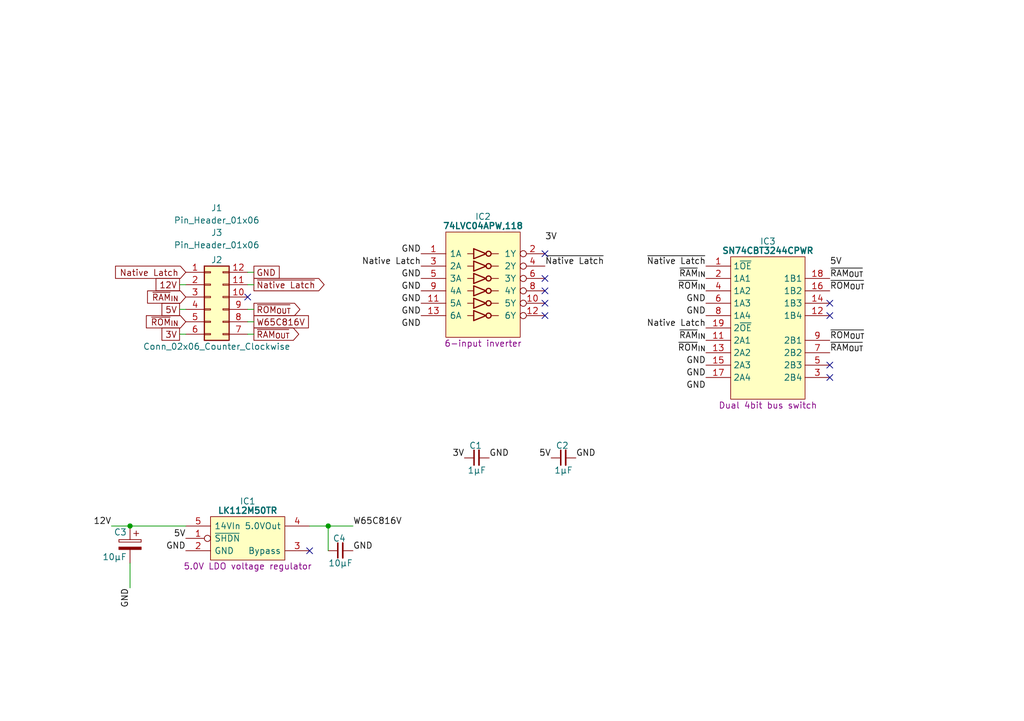
<source format=kicad_sch>
(kicad_sch (version 20231120) (generator "eeschema") (generator_version "8.0")
  (paper "A5")
  (title_block (title "Native Memory Select") (date "2025-03-12") (rev "V0"))
  (lib_symbols
    (symbol "Connector_Generic:Conn_02x06_Counter_Clockwise" (pin_names (offset 1.016) hide)
      (property "Reference" "J" (at 1.27 7.62 0))
      (property "Value" "Conn_02x06_Counter_Clockwise" (at 1.27 -10.16 0))
      (symbol "Conn_02x06_Counter_Clockwise_1_1"
        (rectangle (start -1.27 -7.493) (end 0 -7.747) (stroke (width 0.1524)))
        (rectangle (start -1.27 -4.953) (end 0 -5.207) (stroke (width 0.1524)))
        (rectangle (start -1.27 -2.413) (end 0 -2.667) (stroke (width 0.1524)))
        (rectangle (start -1.27 0.127) (end 0 -0.127) (stroke (width 0.1524)))
        (rectangle (start -1.27 2.667) (end 0 2.413) (stroke (width 0.1524)))
        (rectangle (start -1.27 5.207) (end 0 4.953) (stroke (width 0.1524)))
        (rectangle (start -1.27 6.35) (end 3.81 -8.89) (stroke (width 0.254)) (fill (type background)))
        (rectangle (start 3.81 -7.493) (end 2.54 -7.747) (stroke (width 0.1524)))
        (rectangle (start 3.81 -4.953) (end 2.54 -5.207) (stroke (width 0.1524)))
        (rectangle (start 3.81 -2.413) (end 2.54 -2.667) (stroke (width 0.1524)))
        (rectangle (start 3.81 0.127) (end 2.54 -0.127) (stroke (width 0.1524)))
        (rectangle (start 3.81 2.667) (end 2.54 2.413) (stroke (width 0.1524)))
        (rectangle (start 3.81 5.207) (end 2.54 4.953) (stroke (width 0.1524)))
        (pin passive line (at -5.08 5.08 0) (length 3.81) (name "Pin_1") (number "1"))
        (pin passive line (at 7.62 0 180) (length 3.81) (name "Pin_10") (number "10"))
        (pin passive line (at 7.62 2.54 180) (length 3.81) (name "Pin_11") (number "11"))
        (pin passive line (at 7.62 5.08 180) (length 3.81) (name "Pin_12") (number "12"))
        (pin passive line (at -5.08 2.54 0) (length 3.81) (name "Pin_2") (number "2"))
        (pin passive line (at -5.08 0 0) (length 3.81) (name "Pin_3") (number "3"))
        (pin passive line (at -5.08 -2.54 0) (length 3.81) (name "Pin_4") (number "4"))
        (pin passive line (at -5.08 -5.08 0) (length 3.81) (name "Pin_5") (number "5"))
        (pin passive line (at -5.08 -7.62 0) (length 3.81) (name "Pin_6") (number "6"))
        (pin passive line (at 7.62 -7.62 180) (length 3.81) (name "Pin_7") (number "7"))
        (pin passive line (at 7.62 -5.08 180) (length 3.81) (name "Pin_8") (number "8"))
        (pin passive line (at 7.62 -2.54 180) (length 3.81) (name "Pin_9") (number "9"))
      )
    )
    (symbol "HCP65:C_0805" (pin_numbers hide) (pin_names (offset 0.254) hide)
      (property "Reference" "C" (at 2.286 2.54 0))
      (property "Value" "?μF" (at 2.54 -2.54 0))
      (symbol "C_0805_0_1"
        (polyline (pts (xy 1.9685 -1.4605) (xy 1.9685 1.5875)) (stroke (width 0.3048)))
        (polyline (pts (xy 2.9845 -1.4605) (xy 2.9845 1.5875)) (stroke (width 0.3302)))
      )
      (symbol "C_0805_1_1"
        (pin passive line (at 0 0 0) (length 2.032) (name "~") (number "1"))
        (pin passive line (at 5.08 0 180) (length 2.032) (name "~") (number "2"))
      )
    )
    (symbol "HCP65:C_Radial_D4.0mm_P2.00mm" (pin_numbers hide) (pin_names (offset 0.254))
      (property "Reference" "C" (at 0.635 2.54 0))
      (property "Value" "?μF" (at 0.635 -2.54 0))
      (symbol "C_Radial_D4.0mm_P2.00mm_0_1"
        (rectangle (start -2.286 0.508) (end 2.286 1.016))
        (polyline (pts (xy -1.778 2.286) (xy -0.762 2.286)))
        (polyline (pts (xy -1.27 2.794) (xy -1.27 1.778)))
        (rectangle (start 2.286 -0.508) (end -2.286 -1.016) (fill (type outline)))
      )
      (symbol "C_Radial_D4.0mm_P2.00mm_1_1"
        (pin passive line (at 0 3.81 270) (length 2.794) (name "~") (number "1"))
        (pin passive line (at 0 -3.81 90) (length 2.794) (name "~") (number "2"))
      )
    )
    (symbol "HCP65:Pin_Header_01x16" (pin_names (offset 1.016) hide)
      (property "Reference" "J" (at 0 1.27 0))
      (property "Value" "Pin_Header_01x16" (at 0 -1.27 0))
    )
    (symbol "Nexperia:74LVC04APW,118" (pin_names (offset 0.762))
      (property "Reference" "IC" (at 12.7 7.62 0))
      (property "Value" "74LVC04APW,118" (at 12.7 5.715 0))
      (property "Description" "6-input inverter" (at 12.7 -18.415 0))
      (symbol "74LVC04APW,118_0_0"
        (pin input line (at 0 0 0) (length 5.08) (name "1A") (number "1"))
        (pin output inverted (at 25.4 -10.16 180) (length 5.08) (name "5Y") (number "10"))
        (pin input line (at 0 -10.16 0) (length 5.08) (name "5A") (number "11"))
        (pin output inverted (at 25.4 -12.7 180) (length 5.08) (name "6Y") (number "12"))
        (pin input line (at 0 -12.7 0) (length 5.08) (name "6A") (number "13"))
        (pin passive line (at 25.4 2.54 180) (length 5.08) hide (name "3V") (number "14"))
        (pin output inverted (at 25.4 0 180) (length 5.08) (name "1Y") (number "2"))
        (pin input line (at 0 -2.54 0) (length 5.08) (name "2A") (number "3"))
        (pin output inverted (at 25.4 -2.54 180) (length 5.08) (name "2Y") (number "4"))
        (pin input line (at 0 -5.08 0) (length 5.08) (name "3A") (number "5"))
        (pin output inverted (at 25.4 -5.08 180) (length 5.08) (name "3Y") (number "6"))
        (pin passive line (at 0 -15.24 0) (length 5.08) hide (name "GND") (number "7"))
        (pin output inverted (at 25.4 -7.62 180) (length 5.08) (name "4Y") (number "8"))
        (pin input line (at 0 -7.62 0) (length 5.08) (name "4A") (number "9"))
      )
      (symbol "74LVC04APW,118_0_1"
        (polyline (pts (xy 9.525 -12.7) (xy 10.7949 -12.7)))
        (polyline (pts (xy 9.525 -10.16) (xy 10.7949 -10.16)))
        (polyline (pts (xy 9.525 -7.62) (xy 10.7949 -7.62)))
        (polyline (pts (xy 9.525 -5.08) (xy 10.7949 -5.08)))
        (polyline (pts (xy 9.525 -2.54) (xy 10.7949 -2.54)))
        (polyline (pts (xy 9.525 0) (xy 10.7949 0)))
        (polyline (pts (xy 14.351 -12.7) (xy 15.875 -12.7)))
        (polyline (pts (xy 14.351 -10.16) (xy 15.875 -10.16)))
        (polyline (pts (xy 14.351 -7.62) (xy 15.875 -7.62)))
        (polyline (pts (xy 14.351 -5.08) (xy 15.875 -5.08)))
        (polyline (pts (xy 14.351 -2.54) (xy 15.875 -2.54)))
        (polyline (pts (xy 14.351 0) (xy 15.875 0)))
        (polyline (pts (xy 10.795 -13.716) (xy 13.335 -12.7) (xy 10.795 -11.684)) (stroke (width 0.254)))
        (polyline (pts (xy 10.795 -11.176) (xy 13.335 -10.16) (xy 10.795 -9.144)) (stroke (width 0.254)))
        (polyline (pts (xy 10.795 -8.636) (xy 13.335 -7.62) (xy 10.795 -6.604)) (stroke (width 0.254)))
        (polyline (pts (xy 10.795 -6.096) (xy 13.335 -5.08) (xy 10.795 -4.064)) (stroke (width 0.254)))
        (polyline (pts (xy 10.795 -3.556) (xy 13.335 -2.54) (xy 10.795 -1.524)) (stroke (width 0.254)))
        (polyline (pts (xy 10.795 -1.016) (xy 13.335 0) (xy 10.795 1.016)) (stroke (width 0.254)))
        (polyline (pts (xy 5.08 4.445) (xy 20.32 4.445) (xy 20.32 -17.145) (xy 5.08 -17.145) (xy 5.08 4.445)) (stroke (width 0.1524)) (fill (type background)))
        (rectangle (start 10.795 -11.684) (end 10.795 -13.716) (stroke (width 0.254)) (fill (type background)))
        (rectangle (start 10.795 -9.144) (end 10.795 -11.176) (stroke (width 0.254)) (fill (type background)))
        (rectangle (start 10.795 -6.604) (end 10.795 -8.636) (stroke (width 0.254)) (fill (type background)))
        (rectangle (start 10.795 -4.064) (end 10.795 -6.096) (stroke (width 0.254)) (fill (type background)))
        (rectangle (start 10.795 -1.524) (end 10.795 -3.556) (stroke (width 0.254)) (fill (type background)))
        (rectangle (start 10.795 1.016) (end 10.795 -1.016) (stroke (width 0.254)) (fill (type background)))
        (circle (center 13.843 -12.7) (radius 0.508) (stroke (width 0.254)))
        (circle (center 13.843 -10.16) (radius 0.508) (stroke (width 0.254)))
        (circle (center 13.843 -7.62) (radius 0.508) (stroke (width 0.254)))
        (circle (center 13.843 -5.08) (radius 0.508) (stroke (width 0.254)))
        (circle (center 13.843 -2.54) (radius 0.508) (stroke (width 0.254)))
        (circle (center 13.843 0) (radius 0.508) (stroke (width 0.254)))
      )
    )
    (symbol "ST_Microelectronics:LK112M50TR" (pin_names (offset 0.762))
      (property "Reference" "IC" (at 12.7 5.08 0))
      (property "Value" "LK112M50TR" (at 12.7 3.175 0))
      (property "Description" "5.0V LDO voltage regulator" (at 12.7 -8.255 0))
      (symbol "LK112M50TR_0_0"
        (pin passive line (at 0 -5.08 0) (length 5.08) (name "GND") (number "2"))
      )
      (symbol "LK112M50TR_0_1"
        (polyline (pts (xy 5.08 1.905) (xy 20.32 1.905) (xy 20.32 -6.985) (xy 5.08 -6.985) (xy 5.08 1.905)) (fill (type background)))
      )
      (symbol "LK112M50TR_1_0"
        (pin input inverted (at 0 -2.54 0) (length 5.08) (name "~{SHDN}") (number "1"))
        (pin passive line (at 25.4 -5.08 180) (length 5.08) (name "Bypass") (number "3"))
        (pin passive line (at 25.4 0 180) (length 5.08) (name "5.0VOut") (number "4"))
        (pin passive line (at 0 0 0) (length 5.08) (name "14VIn") (number "5"))
      )
    )
    (symbol "Texas_Instruments:SN74CBT3244CPWR"
      (property "Reference" "IC" (at 12.7 5.08 0))
      (property "Value" "SN74CBT3244CPWR" (at 12.7 3.175 0))
      (property "Description" "Dual 4bit bus switch" (at 12.7 -28.575 0))
      (symbol "SN74CBT3244CPWR_0_0"
        (pin input line (at 0 0 0) (length 5.08) (name "1~{OE}") (number "1"))
        (pin passive line (at 0 -25.4 0) (length 5.08) hide (name "GND") (number "10"))
        (pin passive line (at 0 -15.24 0) (length 5.08) (name "2A1") (number "11"))
        (pin passive line (at 25.4 -10.16 180) (length 5.08) (name "1B4") (number "12"))
        (pin passive line (at 0 -17.78 0) (length 5.08) (name "2A2") (number "13"))
        (pin passive line (at 25.4 -7.62 180) (length 5.08) (name "1B3") (number "14"))
        (pin passive line (at 0 -20.32 0) (length 5.08) (name "2A3") (number "15"))
        (pin passive line (at 25.4 -5.08 180) (length 5.08) (name "1B2") (number "16"))
        (pin passive line (at 0 -22.86 0) (length 5.08) (name "2A4") (number "17"))
        (pin passive line (at 25.4 -2.54 180) (length 5.08) (name "1B1") (number "18"))
        (pin input line (at 0 -12.7 0) (length 5.08) (name "2~{OE}") (number "19"))
        (pin passive line (at 0 -2.54 0) (length 5.08) (name "1A1") (number "2"))
        (pin passive line (at 25.4 0 180) (length 5.08) hide (name "5V") (number "20"))
        (pin passive line (at 25.4 -22.86 180) (length 5.08) (name "2B4") (number "3"))
        (pin passive line (at 0 -5.08 0) (length 5.08) (name "1A2") (number "4"))
        (pin passive line (at 25.4 -20.32 180) (length 5.08) (name "2B3") (number "5"))
        (pin passive line (at 0 -7.62 0) (length 5.08) (name "1A3") (number "6"))
        (pin passive line (at 25.4 -17.78 180) (length 5.08) (name "2B2") (number "7"))
        (pin passive line (at 0 -10.16 0) (length 5.08) (name "1A4") (number "8"))
        (pin passive line (at 25.4 -15.24 180) (length 5.08) (name "2B1") (number "9"))
      )
      (symbol "SN74CBT3244CPWR_0_1"
        (polyline (pts (xy 5.08 1.905) (xy 20.32 1.905) (xy 20.32 -27.305) (xy 5.08 -27.305) (xy 5.08 1.905)) (stroke (width 0.1524)) (fill (type background)))
      )
    )
  )
  (junction (at 67.31 107.95))
  (junction (at 26.67 107.95))
  (no_connect (at 111.76 57.15))
  (no_connect (at 63.5 113.03))
  (no_connect (at 111.76 64.77))
  (no_connect (at 170.18 64.77))
  (no_connect (at 50.8 60.96))
  (no_connect (at 170.18 74.93))
  (no_connect (at 111.76 52.07))
  (no_connect (at 111.76 59.69))
  (no_connect (at 170.18 62.23))
  (no_connect (at 111.76 62.23))
  (no_connect (at 170.18 77.47))
  (wire (pts (xy 36.83 63.5) (xy 38.1 63.5)))
  (wire (pts (xy 67.31 107.95) (xy 63.5 107.95)))
  (wire (pts (xy 52.07 58.42) (xy 50.8 58.42)))
  (wire (pts (xy 36.83 58.42) (xy 38.1 58.42)))
  (wire (pts (xy 52.07 55.88) (xy 50.8 55.88)))
  (wire (pts (xy 36.83 68.58) (xy 38.1 68.58)))
  (wire (pts (xy 52.07 68.58) (xy 50.8 68.58)))
  (wire (pts (xy 52.07 66.04) (xy 50.8 66.04)))
  (wire (pts (xy 22.86 107.95) (xy 26.67 107.95)))
  (wire (pts (xy 52.07 63.5) (xy 50.8 63.5)))
  (wire (pts (xy 26.67 107.95) (xy 38.1 107.95)))
  (wire (pts (xy 72.39 107.95) (xy 67.31 107.95)))
  (wire (pts (xy 67.31 113.03) (xy 67.31 107.95)))
  (wire (pts (xy 26.67 120.65) (xy 26.67 115.57)))
  (label "5V" (at 113.03 93.98 180))
  (label "GND" (at 86.36 59.69 180))
  (label "GND" (at 144.78 80.01 180))
  (label "~{RAM_{OUT}}" (at 170.18 72.39 0))
  (label "GND" (at 100.33 93.98 0))
  (label "Native Latch" (at 144.78 67.31 180))
  (label "GND" (at 72.39 113.03 0))
  (label "~{Native Latch}" (at 111.76 54.61 0))
  (label "GND" (at 26.67 120.65 270))
  (label "GND" (at 86.36 57.15 180))
  (label "GND" (at 86.36 67.31 180))
  (label "Native Latch" (at 86.36 54.61 180))
  (label "~{ROM_{OUT}}" (at 170.18 59.69 0))
  (label "5V" (at 170.18 54.61 0))
  (label "GND" (at 144.78 74.93 180))
  (label "5V" (at 38.1 110.49 180))
  (label "3V" (at 111.76 49.53 0))
  (label "GND" (at 86.36 52.07 180))
  (label "GND" (at 38.1 113.03 180))
  (label "~{Native Latch}" (at 144.78 54.61 180))
  (label "~{RAM}_{IN}" (at 144.78 57.15 180))
  (label "~{ROM}_{IN}" (at 144.78 59.69 180))
  (label "GND" (at 144.78 62.23 180))
  (label "~{RAM_{OUT}}" (at 170.18 57.15 0))
  (label "~{ROM_{OUT}}" (at 170.18 69.85 0))
  (label "GND" (at 86.36 64.77 180))
  (label "GND" (at 118.11 93.98 0))
  (label "GND" (at 144.78 77.47 180))
  (label "12V" (at 22.86 107.95 180))
  (label "GND" (at 86.36 62.23 180))
  (label "~{ROM}_{IN}" (at 144.78 72.39 180))
  (label "GND" (at 144.78 64.77 180))
  (label "3V" (at 95.25 93.98 180))
  (label "W65C816V" (at 72.39 107.95 0))
  (label "~{RAM}_{IN}" (at 144.78 69.85 180))
  (global_label "~{RAM_{OUT}}" (shape output) (at 52.07 68.58 0) (property "Intersheetrefs" "${INTERSHEET_REFS}" (effects (hide yes))))
  (global_label "12V" (shape passive) (at 36.83 58.42 180) (property "Intersheetrefs" "${INTERSHEET_REFS}" (effects (hide yes))))
  (global_label "~{RAM}_{IN}" (shape input) (at 38.1 60.96 180) (property "Intersheetrefs" "${INTERSHEET_REFS}" (effects (hide yes))))
  (global_label "5V" (shape passive) (at 36.83 63.5 180) (property "Intersheetrefs" "${INTERSHEET_REFS}" (effects (hide yes))))
  (global_label "~{ROM}_{IN}" (shape input) (at 38.1 66.04 180) (property "Intersheetrefs" "${INTERSHEET_REFS}" (effects (hide yes))))
  (global_label "3V" (shape passive) (at 36.83 68.58 180) (property "Intersheetrefs" "${INTERSHEET_REFS}" (effects (hide yes))))
  (global_label "W65C816V" (shape passive) (at 52.07 66.04 0) (property "Intersheetrefs" "${INTERSHEET_REFS}" (effects (hide yes))))
  (global_label "~{ROM_{OUT}}" (shape output) (at 52.07 63.5 0) (property "Intersheetrefs" "${INTERSHEET_REFS}" (effects (hide yes))))
  (global_label "~{Native Latch}" (shape output) (at 52.07 58.42 0) (property "Intersheetrefs" "${INTERSHEET_REFS}" (effects (hide yes))))
  (global_label "GND" (shape passive) (at 52.07 55.88 0) (property "Intersheetrefs" "${INTERSHEET_REFS}" (effects (hide yes))))
  (global_label "Native Latch" (shape input) (at 38.1 55.88 180) (property "Intersheetrefs" "${INTERSHEET_REFS}" (effects (hide yes))))
  (symbol (lib_id "HCP65:C_0805") (at 67.31 113.03 0) (unit 1)
    (property "Reference" "C4" (at 69.596 110.49 0))
    (property "Value" "10µF" (at 67.31 115.57 0) (effects (justify left)))
    (property "Footprint" "SamacSys_Parts:C_0805" (effects (hide yes)))
  )
  (symbol (lib_id "ST_Microelectronics:LK112M50TR") (at 38.1 107.95 0) (unit 1)
    (property "Reference" "IC1" (at 50.8 102.87 0))
    (property "Value" "LK112M50TR" (at 50.8 104.775 0) (effects (font (bold yes))))
    (property "Footprint" "SamacSys_Parts:SOT95P285X130-5N" (effects (hide yes)))
    (property "Datasheet" "https://www.mouser.co.za/datasheet/2/389/lk112-1849761.pdf" (effects (hide yes)))
    (property "Description" "5.0V LDO voltage regulator" (at 50.8 116.205 0))
    (property "Height" "1.0" (effects (hide yes)))
    (property "Manufacturer_Name" "ST Microelectronics" (effects (hide yes)))
    (property "Manufacturer_Part_Number" "LK112M50TR" (effects (hide yes)))
    (property "Silkscreen" "LK112M50" (effects (hide yes)))
  )
  (symbol (lib_id "HCP65:Pin_Header_01x16") (at 44.45 49.022 0) (unit 1)
    (property "Reference" "J3" (at 44.45 47.752 0))
    (property "Value" "Pin_Header_01x06" (at 44.45 50.292 0))
    (property "Footprint" "SamacSys_Parts:PinHeader_1x06_P2.54mm_Vertical" (effects (hide yes)))
  )
  (symbol (lib_id "Nexperia:74LVC04APW,118") (at 86.36 52.07 0) (unit 1)
    (property "Reference" "IC2" (at 99.06 44.45 0))
    (property "Value" "74LVC04APW,118" (at 99.06 46.355 0) (effects (font (bold yes))))
    (property "Footprint" "SamacSys_Parts:SOP65P640X110-14N" (effects (hide yes)))
    (property "Datasheet" "https://assets.nexperia.com/documents/data-sheet/74LVC04A.pdf" (effects (hide yes)))
    (property "Description" "6-input inverter" (at 99.06 70.485 0))
    (property "Height" "1.1" (effects (hide yes)))
    (property "Mouser Part Number" "771-74LVC04APW-T" (effects (hide yes)))
    (property "Mouser Price/Stock" "https://www.mouser.co.uk/ProductDetail/Nexperia/74LVC04APW118?qs=me8TqzrmIYUA5zXidd9%2F4g%3D%3D" (effects (hide yes)))
    (property "Manufacturer_Name" "Nexperia" (effects (hide yes)))
    (property "Manufacturer_Part_Number" "74LVC04APW,118" (effects (hide yes)))
    (property "Silkscreen" "74LVC04" (effects (hide yes)))
  )
  (symbol (lib_id "HCP65:C_0805") (at 113.03 93.98 0) (unit 1)
    (property "Reference" "C2" (at 115.316 91.44 0))
    (property "Value" "1μF" (at 115.57 96.52 0))
    (property "Footprint" "SamacSys_Parts:C_0805" (effects (hide yes)))
  )
  (symbol (lib_id "HCP65:Pin_Header_01x16") (at 44.45 43.942 0) (unit 1)
    (property "Reference" "J1" (at 44.45 42.672 0))
    (property "Value" "Pin_Header_01x06" (at 44.45 45.212 0))
    (property "Footprint" "SamacSys_Parts:PinHeader_1x06_P2.54mm_Vertical" (effects (hide yes)))
  )
  (symbol (lib_id "HCP65:C_Radial_D4.0mm_P2.00mm") (at 26.67 111.76 0) (mirror y) (unit 1)
    (property "Reference" "C3" (at 26.035 109.22 0) (effects (justify left)))
    (property "Value" "10μF" (at 26.035 114.3 0) (effects (justify left)))
    (property "Footprint" "SamacSys_Parts:CP_Radial_D4.0mm_P2.00mm" (effects (hide yes)))
  )
  (symbol (lib_id "Texas_Instruments:SN74CBT3244CPWR") (at 144.78 54.61 0) (unit 1)
    (property "Reference" "IC3" (at 157.48 49.53 0))
    (property "Value" "SN74CBT3244CPWR" (at 157.48 51.435 0) (effects (font (bold yes))))
    (property "Footprint" "SamacSys_Parts:SOP65P640X120-20N" (effects (hide yes)))
    (property "Datasheet" "http://www.ti.com/lit/gpn/sn74cbt3244c" (effects (hide yes)))
    (property "Description" "Dual 4bit bus switch" (at 157.48 83.185 0))
    (property "Height" "1.2" (effects (hide yes)))
    (property "Manufacturer_Name" "Texas Instruments" (effects (hide yes)))
    (property "Manufacturer_Part_Number" "SN74CBT3244CPWR" (effects (hide yes)))
    (property "Mouser Part Number" "595-SN74CBT3244CPWR" (effects (hide yes)))
    (property "Mouser Price/Stock" "https://www.mouser.co.uk/ProductDetail/Texas-Instruments/SN74CBT3244CPWR?qs=mE33ZKBHyE5%252BGeBr%2FFRY2g%3D%3D" (effects (hide yes)))
    (property "Silkscreen" "74CBT3244" (effects (hide yes)))
  )
  (symbol (lib_id "Connector_Generic:Conn_02x06_Counter_Clockwise") (at 43.18 60.96 0) (unit 1)
    (property "Reference" "J2" (at 44.45 53.34 0))
    (property "Value" "Conn_02x06_Counter_Clockwise" (at 44.45 71.12 0))
    (property "Footprint" "SamacSys_Parts:DIP-12_Board_W22.86mm_Alt" (effects (hide yes)))
    (property "Description" "Generic connector, double row, 02x06, counter clockwise pin numbering scheme (similar to DIP package numbering), script generated (kicad-library-utils/schlib/autogen/connector/)" (effects (hide yes)))
  )
  (symbol (lib_id "HCP65:C_0805") (at 95.25 93.98 0) (unit 1)
    (property "Reference" "C1" (at 97.536 91.44 0))
    (property "Value" "1μF" (at 97.79 96.52 0))
    (property "Footprint" "SamacSys_Parts:C_0805" (effects (hide yes)))
  )
)
</source>
